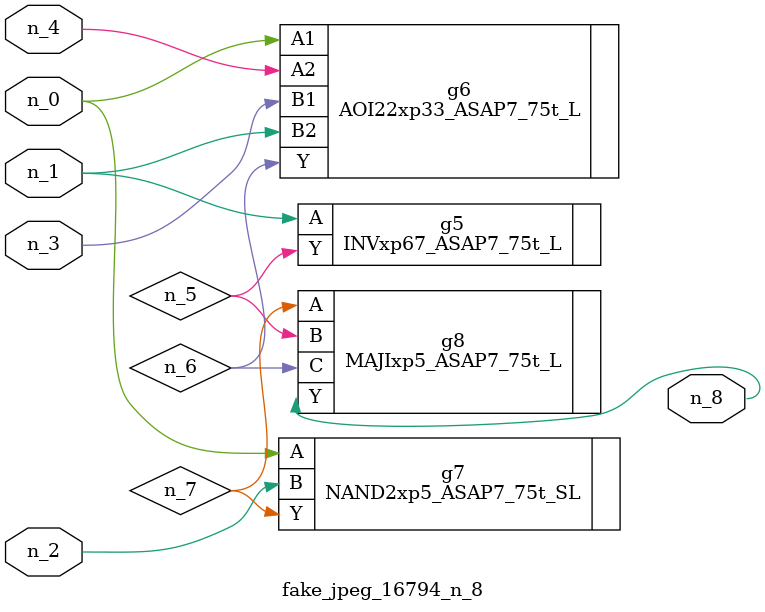
<source format=v>
module fake_jpeg_16794_n_8 (n_3, n_2, n_1, n_0, n_4, n_8);

input n_3;
input n_2;
input n_1;
input n_0;
input n_4;

output n_8;

wire n_6;
wire n_5;
wire n_7;

INVxp67_ASAP7_75t_L g5 ( 
.A(n_1),
.Y(n_5)
);

AOI22xp33_ASAP7_75t_L g6 ( 
.A1(n_0),
.A2(n_4),
.B1(n_3),
.B2(n_1),
.Y(n_6)
);

NAND2xp5_ASAP7_75t_SL g7 ( 
.A(n_0),
.B(n_2),
.Y(n_7)
);

MAJIxp5_ASAP7_75t_L g8 ( 
.A(n_7),
.B(n_5),
.C(n_6),
.Y(n_8)
);


endmodule
</source>
